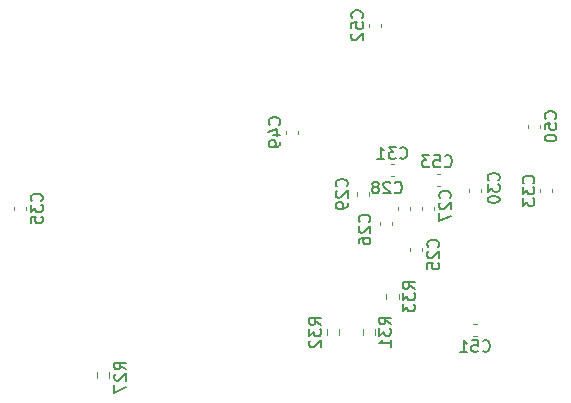
<source format=gbr>
%TF.GenerationSoftware,KiCad,Pcbnew,9.0.5*%
%TF.CreationDate,2025-12-06T10:01:17-08:00*%
%TF.ProjectId,project_byte_hamr,70726f6a-6563-4745-9f62-7974655f6861,rev?*%
%TF.SameCoordinates,Original*%
%TF.FileFunction,Legend,Bot*%
%TF.FilePolarity,Positive*%
%FSLAX46Y46*%
G04 Gerber Fmt 4.6, Leading zero omitted, Abs format (unit mm)*
G04 Created by KiCad (PCBNEW 9.0.5) date 2025-12-06 10:01:17*
%MOMM*%
%LPD*%
G01*
G04 APERTURE LIST*
%ADD10C,0.150000*%
%ADD11C,0.120000*%
G04 APERTURE END LIST*
D10*
X90859580Y-99981553D02*
X90907200Y-99933934D01*
X90907200Y-99933934D02*
X90954819Y-99791077D01*
X90954819Y-99791077D02*
X90954819Y-99695839D01*
X90954819Y-99695839D02*
X90907200Y-99552982D01*
X90907200Y-99552982D02*
X90811961Y-99457744D01*
X90811961Y-99457744D02*
X90716723Y-99410125D01*
X90716723Y-99410125D02*
X90526247Y-99362506D01*
X90526247Y-99362506D02*
X90383390Y-99362506D01*
X90383390Y-99362506D02*
X90192914Y-99410125D01*
X90192914Y-99410125D02*
X90097676Y-99457744D01*
X90097676Y-99457744D02*
X90002438Y-99552982D01*
X90002438Y-99552982D02*
X89954819Y-99695839D01*
X89954819Y-99695839D02*
X89954819Y-99791077D01*
X89954819Y-99791077D02*
X90002438Y-99933934D01*
X90002438Y-99933934D02*
X90050057Y-99981553D01*
X90050057Y-100362506D02*
X90002438Y-100410125D01*
X90002438Y-100410125D02*
X89954819Y-100505363D01*
X89954819Y-100505363D02*
X89954819Y-100743458D01*
X89954819Y-100743458D02*
X90002438Y-100838696D01*
X90002438Y-100838696D02*
X90050057Y-100886315D01*
X90050057Y-100886315D02*
X90145295Y-100933934D01*
X90145295Y-100933934D02*
X90240533Y-100933934D01*
X90240533Y-100933934D02*
X90383390Y-100886315D01*
X90383390Y-100886315D02*
X90954819Y-100314887D01*
X90954819Y-100314887D02*
X90954819Y-100933934D01*
X89954819Y-101838696D02*
X89954819Y-101362506D01*
X89954819Y-101362506D02*
X90431009Y-101314887D01*
X90431009Y-101314887D02*
X90383390Y-101362506D01*
X90383390Y-101362506D02*
X90335771Y-101457744D01*
X90335771Y-101457744D02*
X90335771Y-101695839D01*
X90335771Y-101695839D02*
X90383390Y-101791077D01*
X90383390Y-101791077D02*
X90431009Y-101838696D01*
X90431009Y-101838696D02*
X90526247Y-101886315D01*
X90526247Y-101886315D02*
X90764342Y-101886315D01*
X90764342Y-101886315D02*
X90859580Y-101838696D01*
X90859580Y-101838696D02*
X90907200Y-101791077D01*
X90907200Y-101791077D02*
X90954819Y-101695839D01*
X90954819Y-101695839D02*
X90954819Y-101457744D01*
X90954819Y-101457744D02*
X90907200Y-101362506D01*
X90907200Y-101362506D02*
X90859580Y-101314887D01*
X98929580Y-94582142D02*
X98977200Y-94534523D01*
X98977200Y-94534523D02*
X99024819Y-94391666D01*
X99024819Y-94391666D02*
X99024819Y-94296428D01*
X99024819Y-94296428D02*
X98977200Y-94153571D01*
X98977200Y-94153571D02*
X98881961Y-94058333D01*
X98881961Y-94058333D02*
X98786723Y-94010714D01*
X98786723Y-94010714D02*
X98596247Y-93963095D01*
X98596247Y-93963095D02*
X98453390Y-93963095D01*
X98453390Y-93963095D02*
X98262914Y-94010714D01*
X98262914Y-94010714D02*
X98167676Y-94058333D01*
X98167676Y-94058333D02*
X98072438Y-94153571D01*
X98072438Y-94153571D02*
X98024819Y-94296428D01*
X98024819Y-94296428D02*
X98024819Y-94391666D01*
X98024819Y-94391666D02*
X98072438Y-94534523D01*
X98072438Y-94534523D02*
X98120057Y-94582142D01*
X98024819Y-94915476D02*
X98024819Y-95534523D01*
X98024819Y-95534523D02*
X98405771Y-95201190D01*
X98405771Y-95201190D02*
X98405771Y-95344047D01*
X98405771Y-95344047D02*
X98453390Y-95439285D01*
X98453390Y-95439285D02*
X98501009Y-95486904D01*
X98501009Y-95486904D02*
X98596247Y-95534523D01*
X98596247Y-95534523D02*
X98834342Y-95534523D01*
X98834342Y-95534523D02*
X98929580Y-95486904D01*
X98929580Y-95486904D02*
X98977200Y-95439285D01*
X98977200Y-95439285D02*
X99024819Y-95344047D01*
X99024819Y-95344047D02*
X99024819Y-95058333D01*
X99024819Y-95058333D02*
X98977200Y-94963095D01*
X98977200Y-94963095D02*
X98929580Y-94915476D01*
X98024819Y-95867857D02*
X98024819Y-96486904D01*
X98024819Y-96486904D02*
X98405771Y-96153571D01*
X98405771Y-96153571D02*
X98405771Y-96296428D01*
X98405771Y-96296428D02*
X98453390Y-96391666D01*
X98453390Y-96391666D02*
X98501009Y-96439285D01*
X98501009Y-96439285D02*
X98596247Y-96486904D01*
X98596247Y-96486904D02*
X98834342Y-96486904D01*
X98834342Y-96486904D02*
X98929580Y-96439285D01*
X98929580Y-96439285D02*
X98977200Y-96391666D01*
X98977200Y-96391666D02*
X99024819Y-96296428D01*
X99024819Y-96296428D02*
X99024819Y-96010714D01*
X99024819Y-96010714D02*
X98977200Y-95915476D01*
X98977200Y-95915476D02*
X98929580Y-95867857D01*
X86884819Y-106532142D02*
X86408628Y-106198809D01*
X86884819Y-105960714D02*
X85884819Y-105960714D01*
X85884819Y-105960714D02*
X85884819Y-106341666D01*
X85884819Y-106341666D02*
X85932438Y-106436904D01*
X85932438Y-106436904D02*
X85980057Y-106484523D01*
X85980057Y-106484523D02*
X86075295Y-106532142D01*
X86075295Y-106532142D02*
X86218152Y-106532142D01*
X86218152Y-106532142D02*
X86313390Y-106484523D01*
X86313390Y-106484523D02*
X86361009Y-106436904D01*
X86361009Y-106436904D02*
X86408628Y-106341666D01*
X86408628Y-106341666D02*
X86408628Y-105960714D01*
X85884819Y-106865476D02*
X85884819Y-107484523D01*
X85884819Y-107484523D02*
X86265771Y-107151190D01*
X86265771Y-107151190D02*
X86265771Y-107294047D01*
X86265771Y-107294047D02*
X86313390Y-107389285D01*
X86313390Y-107389285D02*
X86361009Y-107436904D01*
X86361009Y-107436904D02*
X86456247Y-107484523D01*
X86456247Y-107484523D02*
X86694342Y-107484523D01*
X86694342Y-107484523D02*
X86789580Y-107436904D01*
X86789580Y-107436904D02*
X86837200Y-107389285D01*
X86837200Y-107389285D02*
X86884819Y-107294047D01*
X86884819Y-107294047D02*
X86884819Y-107008333D01*
X86884819Y-107008333D02*
X86837200Y-106913095D01*
X86837200Y-106913095D02*
X86789580Y-106865476D01*
X86884819Y-108436904D02*
X86884819Y-107865476D01*
X86884819Y-108151190D02*
X85884819Y-108151190D01*
X85884819Y-108151190D02*
X86027676Y-108055952D01*
X86027676Y-108055952D02*
X86122914Y-107960714D01*
X86122914Y-107960714D02*
X86170533Y-107865476D01*
X91859580Y-95857142D02*
X91907200Y-95809523D01*
X91907200Y-95809523D02*
X91954819Y-95666666D01*
X91954819Y-95666666D02*
X91954819Y-95571428D01*
X91954819Y-95571428D02*
X91907200Y-95428571D01*
X91907200Y-95428571D02*
X91811961Y-95333333D01*
X91811961Y-95333333D02*
X91716723Y-95285714D01*
X91716723Y-95285714D02*
X91526247Y-95238095D01*
X91526247Y-95238095D02*
X91383390Y-95238095D01*
X91383390Y-95238095D02*
X91192914Y-95285714D01*
X91192914Y-95285714D02*
X91097676Y-95333333D01*
X91097676Y-95333333D02*
X91002438Y-95428571D01*
X91002438Y-95428571D02*
X90954819Y-95571428D01*
X90954819Y-95571428D02*
X90954819Y-95666666D01*
X90954819Y-95666666D02*
X91002438Y-95809523D01*
X91002438Y-95809523D02*
X91050057Y-95857142D01*
X91050057Y-96238095D02*
X91002438Y-96285714D01*
X91002438Y-96285714D02*
X90954819Y-96380952D01*
X90954819Y-96380952D02*
X90954819Y-96619047D01*
X90954819Y-96619047D02*
X91002438Y-96714285D01*
X91002438Y-96714285D02*
X91050057Y-96761904D01*
X91050057Y-96761904D02*
X91145295Y-96809523D01*
X91145295Y-96809523D02*
X91240533Y-96809523D01*
X91240533Y-96809523D02*
X91383390Y-96761904D01*
X91383390Y-96761904D02*
X91954819Y-96190476D01*
X91954819Y-96190476D02*
X91954819Y-96809523D01*
X90954819Y-97142857D02*
X90954819Y-97809523D01*
X90954819Y-97809523D02*
X91954819Y-97380952D01*
X94642857Y-108789580D02*
X94690476Y-108837200D01*
X94690476Y-108837200D02*
X94833333Y-108884819D01*
X94833333Y-108884819D02*
X94928571Y-108884819D01*
X94928571Y-108884819D02*
X95071428Y-108837200D01*
X95071428Y-108837200D02*
X95166666Y-108741961D01*
X95166666Y-108741961D02*
X95214285Y-108646723D01*
X95214285Y-108646723D02*
X95261904Y-108456247D01*
X95261904Y-108456247D02*
X95261904Y-108313390D01*
X95261904Y-108313390D02*
X95214285Y-108122914D01*
X95214285Y-108122914D02*
X95166666Y-108027676D01*
X95166666Y-108027676D02*
X95071428Y-107932438D01*
X95071428Y-107932438D02*
X94928571Y-107884819D01*
X94928571Y-107884819D02*
X94833333Y-107884819D01*
X94833333Y-107884819D02*
X94690476Y-107932438D01*
X94690476Y-107932438D02*
X94642857Y-107980057D01*
X93738095Y-107884819D02*
X94214285Y-107884819D01*
X94214285Y-107884819D02*
X94261904Y-108361009D01*
X94261904Y-108361009D02*
X94214285Y-108313390D01*
X94214285Y-108313390D02*
X94119047Y-108265771D01*
X94119047Y-108265771D02*
X93880952Y-108265771D01*
X93880952Y-108265771D02*
X93785714Y-108313390D01*
X93785714Y-108313390D02*
X93738095Y-108361009D01*
X93738095Y-108361009D02*
X93690476Y-108456247D01*
X93690476Y-108456247D02*
X93690476Y-108694342D01*
X93690476Y-108694342D02*
X93738095Y-108789580D01*
X93738095Y-108789580D02*
X93785714Y-108837200D01*
X93785714Y-108837200D02*
X93880952Y-108884819D01*
X93880952Y-108884819D02*
X94119047Y-108884819D01*
X94119047Y-108884819D02*
X94214285Y-108837200D01*
X94214285Y-108837200D02*
X94261904Y-108789580D01*
X92738095Y-108884819D02*
X93309523Y-108884819D01*
X93023809Y-108884819D02*
X93023809Y-107884819D01*
X93023809Y-107884819D02*
X93119047Y-108027676D01*
X93119047Y-108027676D02*
X93214285Y-108122914D01*
X93214285Y-108122914D02*
X93309523Y-108170533D01*
X80954819Y-106578390D02*
X80478628Y-106245057D01*
X80954819Y-106006962D02*
X79954819Y-106006962D01*
X79954819Y-106006962D02*
X79954819Y-106387914D01*
X79954819Y-106387914D02*
X80002438Y-106483152D01*
X80002438Y-106483152D02*
X80050057Y-106530771D01*
X80050057Y-106530771D02*
X80145295Y-106578390D01*
X80145295Y-106578390D02*
X80288152Y-106578390D01*
X80288152Y-106578390D02*
X80383390Y-106530771D01*
X80383390Y-106530771D02*
X80431009Y-106483152D01*
X80431009Y-106483152D02*
X80478628Y-106387914D01*
X80478628Y-106387914D02*
X80478628Y-106006962D01*
X79954819Y-106911724D02*
X79954819Y-107530771D01*
X79954819Y-107530771D02*
X80335771Y-107197438D01*
X80335771Y-107197438D02*
X80335771Y-107340295D01*
X80335771Y-107340295D02*
X80383390Y-107435533D01*
X80383390Y-107435533D02*
X80431009Y-107483152D01*
X80431009Y-107483152D02*
X80526247Y-107530771D01*
X80526247Y-107530771D02*
X80764342Y-107530771D01*
X80764342Y-107530771D02*
X80859580Y-107483152D01*
X80859580Y-107483152D02*
X80907200Y-107435533D01*
X80907200Y-107435533D02*
X80954819Y-107340295D01*
X80954819Y-107340295D02*
X80954819Y-107054581D01*
X80954819Y-107054581D02*
X80907200Y-106959343D01*
X80907200Y-106959343D02*
X80859580Y-106911724D01*
X80050057Y-107911724D02*
X80002438Y-107959343D01*
X80002438Y-107959343D02*
X79954819Y-108054581D01*
X79954819Y-108054581D02*
X79954819Y-108292676D01*
X79954819Y-108292676D02*
X80002438Y-108387914D01*
X80002438Y-108387914D02*
X80050057Y-108435533D01*
X80050057Y-108435533D02*
X80145295Y-108483152D01*
X80145295Y-108483152D02*
X80240533Y-108483152D01*
X80240533Y-108483152D02*
X80383390Y-108435533D01*
X80383390Y-108435533D02*
X80954819Y-107864105D01*
X80954819Y-107864105D02*
X80954819Y-108483152D01*
X100789580Y-89132142D02*
X100837200Y-89084523D01*
X100837200Y-89084523D02*
X100884819Y-88941666D01*
X100884819Y-88941666D02*
X100884819Y-88846428D01*
X100884819Y-88846428D02*
X100837200Y-88703571D01*
X100837200Y-88703571D02*
X100741961Y-88608333D01*
X100741961Y-88608333D02*
X100646723Y-88560714D01*
X100646723Y-88560714D02*
X100456247Y-88513095D01*
X100456247Y-88513095D02*
X100313390Y-88513095D01*
X100313390Y-88513095D02*
X100122914Y-88560714D01*
X100122914Y-88560714D02*
X100027676Y-88608333D01*
X100027676Y-88608333D02*
X99932438Y-88703571D01*
X99932438Y-88703571D02*
X99884819Y-88846428D01*
X99884819Y-88846428D02*
X99884819Y-88941666D01*
X99884819Y-88941666D02*
X99932438Y-89084523D01*
X99932438Y-89084523D02*
X99980057Y-89132142D01*
X99884819Y-90036904D02*
X99884819Y-89560714D01*
X99884819Y-89560714D02*
X100361009Y-89513095D01*
X100361009Y-89513095D02*
X100313390Y-89560714D01*
X100313390Y-89560714D02*
X100265771Y-89655952D01*
X100265771Y-89655952D02*
X100265771Y-89894047D01*
X100265771Y-89894047D02*
X100313390Y-89989285D01*
X100313390Y-89989285D02*
X100361009Y-90036904D01*
X100361009Y-90036904D02*
X100456247Y-90084523D01*
X100456247Y-90084523D02*
X100694342Y-90084523D01*
X100694342Y-90084523D02*
X100789580Y-90036904D01*
X100789580Y-90036904D02*
X100837200Y-89989285D01*
X100837200Y-89989285D02*
X100884819Y-89894047D01*
X100884819Y-89894047D02*
X100884819Y-89655952D01*
X100884819Y-89655952D02*
X100837200Y-89560714D01*
X100837200Y-89560714D02*
X100789580Y-89513095D01*
X99884819Y-90703571D02*
X99884819Y-90798809D01*
X99884819Y-90798809D02*
X99932438Y-90894047D01*
X99932438Y-90894047D02*
X99980057Y-90941666D01*
X99980057Y-90941666D02*
X100075295Y-90989285D01*
X100075295Y-90989285D02*
X100265771Y-91036904D01*
X100265771Y-91036904D02*
X100503866Y-91036904D01*
X100503866Y-91036904D02*
X100694342Y-90989285D01*
X100694342Y-90989285D02*
X100789580Y-90941666D01*
X100789580Y-90941666D02*
X100837200Y-90894047D01*
X100837200Y-90894047D02*
X100884819Y-90798809D01*
X100884819Y-90798809D02*
X100884819Y-90703571D01*
X100884819Y-90703571D02*
X100837200Y-90608333D01*
X100837200Y-90608333D02*
X100789580Y-90560714D01*
X100789580Y-90560714D02*
X100694342Y-90513095D01*
X100694342Y-90513095D02*
X100503866Y-90465476D01*
X100503866Y-90465476D02*
X100265771Y-90465476D01*
X100265771Y-90465476D02*
X100075295Y-90513095D01*
X100075295Y-90513095D02*
X99980057Y-90560714D01*
X99980057Y-90560714D02*
X99932438Y-90608333D01*
X99932438Y-90608333D02*
X99884819Y-90703571D01*
X87642857Y-92429580D02*
X87690476Y-92477200D01*
X87690476Y-92477200D02*
X87833333Y-92524819D01*
X87833333Y-92524819D02*
X87928571Y-92524819D01*
X87928571Y-92524819D02*
X88071428Y-92477200D01*
X88071428Y-92477200D02*
X88166666Y-92381961D01*
X88166666Y-92381961D02*
X88214285Y-92286723D01*
X88214285Y-92286723D02*
X88261904Y-92096247D01*
X88261904Y-92096247D02*
X88261904Y-91953390D01*
X88261904Y-91953390D02*
X88214285Y-91762914D01*
X88214285Y-91762914D02*
X88166666Y-91667676D01*
X88166666Y-91667676D02*
X88071428Y-91572438D01*
X88071428Y-91572438D02*
X87928571Y-91524819D01*
X87928571Y-91524819D02*
X87833333Y-91524819D01*
X87833333Y-91524819D02*
X87690476Y-91572438D01*
X87690476Y-91572438D02*
X87642857Y-91620057D01*
X87309523Y-91524819D02*
X86690476Y-91524819D01*
X86690476Y-91524819D02*
X87023809Y-91905771D01*
X87023809Y-91905771D02*
X86880952Y-91905771D01*
X86880952Y-91905771D02*
X86785714Y-91953390D01*
X86785714Y-91953390D02*
X86738095Y-92001009D01*
X86738095Y-92001009D02*
X86690476Y-92096247D01*
X86690476Y-92096247D02*
X86690476Y-92334342D01*
X86690476Y-92334342D02*
X86738095Y-92429580D01*
X86738095Y-92429580D02*
X86785714Y-92477200D01*
X86785714Y-92477200D02*
X86880952Y-92524819D01*
X86880952Y-92524819D02*
X87166666Y-92524819D01*
X87166666Y-92524819D02*
X87261904Y-92477200D01*
X87261904Y-92477200D02*
X87309523Y-92429580D01*
X85738095Y-92524819D02*
X86309523Y-92524819D01*
X86023809Y-92524819D02*
X86023809Y-91524819D01*
X86023809Y-91524819D02*
X86119047Y-91667676D01*
X86119047Y-91667676D02*
X86214285Y-91762914D01*
X86214285Y-91762914D02*
X86309523Y-91810533D01*
X87200189Y-95359580D02*
X87247808Y-95407200D01*
X87247808Y-95407200D02*
X87390665Y-95454819D01*
X87390665Y-95454819D02*
X87485903Y-95454819D01*
X87485903Y-95454819D02*
X87628760Y-95407200D01*
X87628760Y-95407200D02*
X87723998Y-95311961D01*
X87723998Y-95311961D02*
X87771617Y-95216723D01*
X87771617Y-95216723D02*
X87819236Y-95026247D01*
X87819236Y-95026247D02*
X87819236Y-94883390D01*
X87819236Y-94883390D02*
X87771617Y-94692914D01*
X87771617Y-94692914D02*
X87723998Y-94597676D01*
X87723998Y-94597676D02*
X87628760Y-94502438D01*
X87628760Y-94502438D02*
X87485903Y-94454819D01*
X87485903Y-94454819D02*
X87390665Y-94454819D01*
X87390665Y-94454819D02*
X87247808Y-94502438D01*
X87247808Y-94502438D02*
X87200189Y-94550057D01*
X86819236Y-94550057D02*
X86771617Y-94502438D01*
X86771617Y-94502438D02*
X86676379Y-94454819D01*
X86676379Y-94454819D02*
X86438284Y-94454819D01*
X86438284Y-94454819D02*
X86343046Y-94502438D01*
X86343046Y-94502438D02*
X86295427Y-94550057D01*
X86295427Y-94550057D02*
X86247808Y-94645295D01*
X86247808Y-94645295D02*
X86247808Y-94740533D01*
X86247808Y-94740533D02*
X86295427Y-94883390D01*
X86295427Y-94883390D02*
X86866855Y-95454819D01*
X86866855Y-95454819D02*
X86247808Y-95454819D01*
X85676379Y-94883390D02*
X85771617Y-94835771D01*
X85771617Y-94835771D02*
X85819236Y-94788152D01*
X85819236Y-94788152D02*
X85866855Y-94692914D01*
X85866855Y-94692914D02*
X85866855Y-94645295D01*
X85866855Y-94645295D02*
X85819236Y-94550057D01*
X85819236Y-94550057D02*
X85771617Y-94502438D01*
X85771617Y-94502438D02*
X85676379Y-94454819D01*
X85676379Y-94454819D02*
X85485903Y-94454819D01*
X85485903Y-94454819D02*
X85390665Y-94502438D01*
X85390665Y-94502438D02*
X85343046Y-94550057D01*
X85343046Y-94550057D02*
X85295427Y-94645295D01*
X85295427Y-94645295D02*
X85295427Y-94692914D01*
X85295427Y-94692914D02*
X85343046Y-94788152D01*
X85343046Y-94788152D02*
X85390665Y-94835771D01*
X85390665Y-94835771D02*
X85485903Y-94883390D01*
X85485903Y-94883390D02*
X85676379Y-94883390D01*
X85676379Y-94883390D02*
X85771617Y-94931009D01*
X85771617Y-94931009D02*
X85819236Y-94978628D01*
X85819236Y-94978628D02*
X85866855Y-95073866D01*
X85866855Y-95073866D02*
X85866855Y-95264342D01*
X85866855Y-95264342D02*
X85819236Y-95359580D01*
X85819236Y-95359580D02*
X85771617Y-95407200D01*
X85771617Y-95407200D02*
X85676379Y-95454819D01*
X85676379Y-95454819D02*
X85485903Y-95454819D01*
X85485903Y-95454819D02*
X85390665Y-95407200D01*
X85390665Y-95407200D02*
X85343046Y-95359580D01*
X85343046Y-95359580D02*
X85295427Y-95264342D01*
X85295427Y-95264342D02*
X85295427Y-95073866D01*
X85295427Y-95073866D02*
X85343046Y-94978628D01*
X85343046Y-94978628D02*
X85390665Y-94931009D01*
X85390665Y-94931009D02*
X85485903Y-94883390D01*
X64454819Y-110357142D02*
X63978628Y-110023809D01*
X64454819Y-109785714D02*
X63454819Y-109785714D01*
X63454819Y-109785714D02*
X63454819Y-110166666D01*
X63454819Y-110166666D02*
X63502438Y-110261904D01*
X63502438Y-110261904D02*
X63550057Y-110309523D01*
X63550057Y-110309523D02*
X63645295Y-110357142D01*
X63645295Y-110357142D02*
X63788152Y-110357142D01*
X63788152Y-110357142D02*
X63883390Y-110309523D01*
X63883390Y-110309523D02*
X63931009Y-110261904D01*
X63931009Y-110261904D02*
X63978628Y-110166666D01*
X63978628Y-110166666D02*
X63978628Y-109785714D01*
X63550057Y-110738095D02*
X63502438Y-110785714D01*
X63502438Y-110785714D02*
X63454819Y-110880952D01*
X63454819Y-110880952D02*
X63454819Y-111119047D01*
X63454819Y-111119047D02*
X63502438Y-111214285D01*
X63502438Y-111214285D02*
X63550057Y-111261904D01*
X63550057Y-111261904D02*
X63645295Y-111309523D01*
X63645295Y-111309523D02*
X63740533Y-111309523D01*
X63740533Y-111309523D02*
X63883390Y-111261904D01*
X63883390Y-111261904D02*
X64454819Y-110690476D01*
X64454819Y-110690476D02*
X64454819Y-111309523D01*
X63454819Y-111642857D02*
X63454819Y-112309523D01*
X63454819Y-112309523D02*
X64454819Y-111880952D01*
X95982641Y-94357142D02*
X96030261Y-94309523D01*
X96030261Y-94309523D02*
X96077880Y-94166666D01*
X96077880Y-94166666D02*
X96077880Y-94071428D01*
X96077880Y-94071428D02*
X96030261Y-93928571D01*
X96030261Y-93928571D02*
X95935022Y-93833333D01*
X95935022Y-93833333D02*
X95839784Y-93785714D01*
X95839784Y-93785714D02*
X95649308Y-93738095D01*
X95649308Y-93738095D02*
X95506451Y-93738095D01*
X95506451Y-93738095D02*
X95315975Y-93785714D01*
X95315975Y-93785714D02*
X95220737Y-93833333D01*
X95220737Y-93833333D02*
X95125499Y-93928571D01*
X95125499Y-93928571D02*
X95077880Y-94071428D01*
X95077880Y-94071428D02*
X95077880Y-94166666D01*
X95077880Y-94166666D02*
X95125499Y-94309523D01*
X95125499Y-94309523D02*
X95173118Y-94357142D01*
X95077880Y-94690476D02*
X95077880Y-95309523D01*
X95077880Y-95309523D02*
X95458832Y-94976190D01*
X95458832Y-94976190D02*
X95458832Y-95119047D01*
X95458832Y-95119047D02*
X95506451Y-95214285D01*
X95506451Y-95214285D02*
X95554070Y-95261904D01*
X95554070Y-95261904D02*
X95649308Y-95309523D01*
X95649308Y-95309523D02*
X95887403Y-95309523D01*
X95887403Y-95309523D02*
X95982641Y-95261904D01*
X95982641Y-95261904D02*
X96030261Y-95214285D01*
X96030261Y-95214285D02*
X96077880Y-95119047D01*
X96077880Y-95119047D02*
X96077880Y-94833333D01*
X96077880Y-94833333D02*
X96030261Y-94738095D01*
X96030261Y-94738095D02*
X95982641Y-94690476D01*
X95077880Y-95928571D02*
X95077880Y-96023809D01*
X95077880Y-96023809D02*
X95125499Y-96119047D01*
X95125499Y-96119047D02*
X95173118Y-96166666D01*
X95173118Y-96166666D02*
X95268356Y-96214285D01*
X95268356Y-96214285D02*
X95458832Y-96261904D01*
X95458832Y-96261904D02*
X95696927Y-96261904D01*
X95696927Y-96261904D02*
X95887403Y-96214285D01*
X95887403Y-96214285D02*
X95982641Y-96166666D01*
X95982641Y-96166666D02*
X96030261Y-96119047D01*
X96030261Y-96119047D02*
X96077880Y-96023809D01*
X96077880Y-96023809D02*
X96077880Y-95928571D01*
X96077880Y-95928571D02*
X96030261Y-95833333D01*
X96030261Y-95833333D02*
X95982641Y-95785714D01*
X95982641Y-95785714D02*
X95887403Y-95738095D01*
X95887403Y-95738095D02*
X95696927Y-95690476D01*
X95696927Y-95690476D02*
X95458832Y-95690476D01*
X95458832Y-95690476D02*
X95268356Y-95738095D01*
X95268356Y-95738095D02*
X95173118Y-95785714D01*
X95173118Y-95785714D02*
X95125499Y-95833333D01*
X95125499Y-95833333D02*
X95077880Y-95928571D01*
X91418866Y-93135589D02*
X91466485Y-93183209D01*
X91466485Y-93183209D02*
X91609342Y-93230828D01*
X91609342Y-93230828D02*
X91704580Y-93230828D01*
X91704580Y-93230828D02*
X91847437Y-93183209D01*
X91847437Y-93183209D02*
X91942675Y-93087970D01*
X91942675Y-93087970D02*
X91990294Y-92992732D01*
X91990294Y-92992732D02*
X92037913Y-92802256D01*
X92037913Y-92802256D02*
X92037913Y-92659399D01*
X92037913Y-92659399D02*
X91990294Y-92468923D01*
X91990294Y-92468923D02*
X91942675Y-92373685D01*
X91942675Y-92373685D02*
X91847437Y-92278447D01*
X91847437Y-92278447D02*
X91704580Y-92230828D01*
X91704580Y-92230828D02*
X91609342Y-92230828D01*
X91609342Y-92230828D02*
X91466485Y-92278447D01*
X91466485Y-92278447D02*
X91418866Y-92326066D01*
X90514104Y-92230828D02*
X90990294Y-92230828D01*
X90990294Y-92230828D02*
X91037913Y-92707018D01*
X91037913Y-92707018D02*
X90990294Y-92659399D01*
X90990294Y-92659399D02*
X90895056Y-92611780D01*
X90895056Y-92611780D02*
X90656961Y-92611780D01*
X90656961Y-92611780D02*
X90561723Y-92659399D01*
X90561723Y-92659399D02*
X90514104Y-92707018D01*
X90514104Y-92707018D02*
X90466485Y-92802256D01*
X90466485Y-92802256D02*
X90466485Y-93040351D01*
X90466485Y-93040351D02*
X90514104Y-93135589D01*
X90514104Y-93135589D02*
X90561723Y-93183209D01*
X90561723Y-93183209D02*
X90656961Y-93230828D01*
X90656961Y-93230828D02*
X90895056Y-93230828D01*
X90895056Y-93230828D02*
X90990294Y-93183209D01*
X90990294Y-93183209D02*
X91037913Y-93135589D01*
X90133151Y-92230828D02*
X89514104Y-92230828D01*
X89514104Y-92230828D02*
X89847437Y-92611780D01*
X89847437Y-92611780D02*
X89704580Y-92611780D01*
X89704580Y-92611780D02*
X89609342Y-92659399D01*
X89609342Y-92659399D02*
X89561723Y-92707018D01*
X89561723Y-92707018D02*
X89514104Y-92802256D01*
X89514104Y-92802256D02*
X89514104Y-93040351D01*
X89514104Y-93040351D02*
X89561723Y-93135589D01*
X89561723Y-93135589D02*
X89609342Y-93183209D01*
X89609342Y-93183209D02*
X89704580Y-93230828D01*
X89704580Y-93230828D02*
X89990294Y-93230828D01*
X89990294Y-93230828D02*
X90085532Y-93183209D01*
X90085532Y-93183209D02*
X90133151Y-93135589D01*
X83121502Y-94857142D02*
X83169122Y-94809523D01*
X83169122Y-94809523D02*
X83216741Y-94666666D01*
X83216741Y-94666666D02*
X83216741Y-94571428D01*
X83216741Y-94571428D02*
X83169122Y-94428571D01*
X83169122Y-94428571D02*
X83073883Y-94333333D01*
X83073883Y-94333333D02*
X82978645Y-94285714D01*
X82978645Y-94285714D02*
X82788169Y-94238095D01*
X82788169Y-94238095D02*
X82645312Y-94238095D01*
X82645312Y-94238095D02*
X82454836Y-94285714D01*
X82454836Y-94285714D02*
X82359598Y-94333333D01*
X82359598Y-94333333D02*
X82264360Y-94428571D01*
X82264360Y-94428571D02*
X82216741Y-94571428D01*
X82216741Y-94571428D02*
X82216741Y-94666666D01*
X82216741Y-94666666D02*
X82264360Y-94809523D01*
X82264360Y-94809523D02*
X82311979Y-94857142D01*
X82311979Y-95238095D02*
X82264360Y-95285714D01*
X82264360Y-95285714D02*
X82216741Y-95380952D01*
X82216741Y-95380952D02*
X82216741Y-95619047D01*
X82216741Y-95619047D02*
X82264360Y-95714285D01*
X82264360Y-95714285D02*
X82311979Y-95761904D01*
X82311979Y-95761904D02*
X82407217Y-95809523D01*
X82407217Y-95809523D02*
X82502455Y-95809523D01*
X82502455Y-95809523D02*
X82645312Y-95761904D01*
X82645312Y-95761904D02*
X83216741Y-95190476D01*
X83216741Y-95190476D02*
X83216741Y-95809523D01*
X83216741Y-96285714D02*
X83216741Y-96476190D01*
X83216741Y-96476190D02*
X83169122Y-96571428D01*
X83169122Y-96571428D02*
X83121502Y-96619047D01*
X83121502Y-96619047D02*
X82978645Y-96714285D01*
X82978645Y-96714285D02*
X82788169Y-96761904D01*
X82788169Y-96761904D02*
X82407217Y-96761904D01*
X82407217Y-96761904D02*
X82311979Y-96714285D01*
X82311979Y-96714285D02*
X82264360Y-96666666D01*
X82264360Y-96666666D02*
X82216741Y-96571428D01*
X82216741Y-96571428D02*
X82216741Y-96380952D01*
X82216741Y-96380952D02*
X82264360Y-96285714D01*
X82264360Y-96285714D02*
X82311979Y-96238095D01*
X82311979Y-96238095D02*
X82407217Y-96190476D01*
X82407217Y-96190476D02*
X82645312Y-96190476D01*
X82645312Y-96190476D02*
X82740550Y-96238095D01*
X82740550Y-96238095D02*
X82788169Y-96285714D01*
X82788169Y-96285714D02*
X82835788Y-96380952D01*
X82835788Y-96380952D02*
X82835788Y-96571428D01*
X82835788Y-96571428D02*
X82788169Y-96666666D01*
X82788169Y-96666666D02*
X82740550Y-96714285D01*
X82740550Y-96714285D02*
X82645312Y-96761904D01*
X84429580Y-80582142D02*
X84477200Y-80534523D01*
X84477200Y-80534523D02*
X84524819Y-80391666D01*
X84524819Y-80391666D02*
X84524819Y-80296428D01*
X84524819Y-80296428D02*
X84477200Y-80153571D01*
X84477200Y-80153571D02*
X84381961Y-80058333D01*
X84381961Y-80058333D02*
X84286723Y-80010714D01*
X84286723Y-80010714D02*
X84096247Y-79963095D01*
X84096247Y-79963095D02*
X83953390Y-79963095D01*
X83953390Y-79963095D02*
X83762914Y-80010714D01*
X83762914Y-80010714D02*
X83667676Y-80058333D01*
X83667676Y-80058333D02*
X83572438Y-80153571D01*
X83572438Y-80153571D02*
X83524819Y-80296428D01*
X83524819Y-80296428D02*
X83524819Y-80391666D01*
X83524819Y-80391666D02*
X83572438Y-80534523D01*
X83572438Y-80534523D02*
X83620057Y-80582142D01*
X83524819Y-81486904D02*
X83524819Y-81010714D01*
X83524819Y-81010714D02*
X84001009Y-80963095D01*
X84001009Y-80963095D02*
X83953390Y-81010714D01*
X83953390Y-81010714D02*
X83905771Y-81105952D01*
X83905771Y-81105952D02*
X83905771Y-81344047D01*
X83905771Y-81344047D02*
X83953390Y-81439285D01*
X83953390Y-81439285D02*
X84001009Y-81486904D01*
X84001009Y-81486904D02*
X84096247Y-81534523D01*
X84096247Y-81534523D02*
X84334342Y-81534523D01*
X84334342Y-81534523D02*
X84429580Y-81486904D01*
X84429580Y-81486904D02*
X84477200Y-81439285D01*
X84477200Y-81439285D02*
X84524819Y-81344047D01*
X84524819Y-81344047D02*
X84524819Y-81105952D01*
X84524819Y-81105952D02*
X84477200Y-81010714D01*
X84477200Y-81010714D02*
X84429580Y-80963095D01*
X83620057Y-81915476D02*
X83572438Y-81963095D01*
X83572438Y-81963095D02*
X83524819Y-82058333D01*
X83524819Y-82058333D02*
X83524819Y-82296428D01*
X83524819Y-82296428D02*
X83572438Y-82391666D01*
X83572438Y-82391666D02*
X83620057Y-82439285D01*
X83620057Y-82439285D02*
X83715295Y-82486904D01*
X83715295Y-82486904D02*
X83810533Y-82486904D01*
X83810533Y-82486904D02*
X83953390Y-82439285D01*
X83953390Y-82439285D02*
X84524819Y-81867857D01*
X84524819Y-81867857D02*
X84524819Y-82486904D01*
X77429580Y-89632142D02*
X77477200Y-89584523D01*
X77477200Y-89584523D02*
X77524819Y-89441666D01*
X77524819Y-89441666D02*
X77524819Y-89346428D01*
X77524819Y-89346428D02*
X77477200Y-89203571D01*
X77477200Y-89203571D02*
X77381961Y-89108333D01*
X77381961Y-89108333D02*
X77286723Y-89060714D01*
X77286723Y-89060714D02*
X77096247Y-89013095D01*
X77096247Y-89013095D02*
X76953390Y-89013095D01*
X76953390Y-89013095D02*
X76762914Y-89060714D01*
X76762914Y-89060714D02*
X76667676Y-89108333D01*
X76667676Y-89108333D02*
X76572438Y-89203571D01*
X76572438Y-89203571D02*
X76524819Y-89346428D01*
X76524819Y-89346428D02*
X76524819Y-89441666D01*
X76524819Y-89441666D02*
X76572438Y-89584523D01*
X76572438Y-89584523D02*
X76620057Y-89632142D01*
X76858152Y-90489285D02*
X77524819Y-90489285D01*
X76477200Y-90251190D02*
X77191485Y-90013095D01*
X77191485Y-90013095D02*
X77191485Y-90632142D01*
X77524819Y-91060714D02*
X77524819Y-91251190D01*
X77524819Y-91251190D02*
X77477200Y-91346428D01*
X77477200Y-91346428D02*
X77429580Y-91394047D01*
X77429580Y-91394047D02*
X77286723Y-91489285D01*
X77286723Y-91489285D02*
X77096247Y-91536904D01*
X77096247Y-91536904D02*
X76715295Y-91536904D01*
X76715295Y-91536904D02*
X76620057Y-91489285D01*
X76620057Y-91489285D02*
X76572438Y-91441666D01*
X76572438Y-91441666D02*
X76524819Y-91346428D01*
X76524819Y-91346428D02*
X76524819Y-91155952D01*
X76524819Y-91155952D02*
X76572438Y-91060714D01*
X76572438Y-91060714D02*
X76620057Y-91013095D01*
X76620057Y-91013095D02*
X76715295Y-90965476D01*
X76715295Y-90965476D02*
X76953390Y-90965476D01*
X76953390Y-90965476D02*
X77048628Y-91013095D01*
X77048628Y-91013095D02*
X77096247Y-91060714D01*
X77096247Y-91060714D02*
X77143866Y-91155952D01*
X77143866Y-91155952D02*
X77143866Y-91346428D01*
X77143866Y-91346428D02*
X77096247Y-91441666D01*
X77096247Y-91441666D02*
X77048628Y-91489285D01*
X77048628Y-91489285D02*
X76953390Y-91536904D01*
X57289580Y-96082142D02*
X57337200Y-96034523D01*
X57337200Y-96034523D02*
X57384819Y-95891666D01*
X57384819Y-95891666D02*
X57384819Y-95796428D01*
X57384819Y-95796428D02*
X57337200Y-95653571D01*
X57337200Y-95653571D02*
X57241961Y-95558333D01*
X57241961Y-95558333D02*
X57146723Y-95510714D01*
X57146723Y-95510714D02*
X56956247Y-95463095D01*
X56956247Y-95463095D02*
X56813390Y-95463095D01*
X56813390Y-95463095D02*
X56622914Y-95510714D01*
X56622914Y-95510714D02*
X56527676Y-95558333D01*
X56527676Y-95558333D02*
X56432438Y-95653571D01*
X56432438Y-95653571D02*
X56384819Y-95796428D01*
X56384819Y-95796428D02*
X56384819Y-95891666D01*
X56384819Y-95891666D02*
X56432438Y-96034523D01*
X56432438Y-96034523D02*
X56480057Y-96082142D01*
X56384819Y-96415476D02*
X56384819Y-97034523D01*
X56384819Y-97034523D02*
X56765771Y-96701190D01*
X56765771Y-96701190D02*
X56765771Y-96844047D01*
X56765771Y-96844047D02*
X56813390Y-96939285D01*
X56813390Y-96939285D02*
X56861009Y-96986904D01*
X56861009Y-96986904D02*
X56956247Y-97034523D01*
X56956247Y-97034523D02*
X57194342Y-97034523D01*
X57194342Y-97034523D02*
X57289580Y-96986904D01*
X57289580Y-96986904D02*
X57337200Y-96939285D01*
X57337200Y-96939285D02*
X57384819Y-96844047D01*
X57384819Y-96844047D02*
X57384819Y-96558333D01*
X57384819Y-96558333D02*
X57337200Y-96463095D01*
X57337200Y-96463095D02*
X57289580Y-96415476D01*
X56384819Y-97939285D02*
X56384819Y-97463095D01*
X56384819Y-97463095D02*
X56861009Y-97415476D01*
X56861009Y-97415476D02*
X56813390Y-97463095D01*
X56813390Y-97463095D02*
X56765771Y-97558333D01*
X56765771Y-97558333D02*
X56765771Y-97796428D01*
X56765771Y-97796428D02*
X56813390Y-97891666D01*
X56813390Y-97891666D02*
X56861009Y-97939285D01*
X56861009Y-97939285D02*
X56956247Y-97986904D01*
X56956247Y-97986904D02*
X57194342Y-97986904D01*
X57194342Y-97986904D02*
X57289580Y-97939285D01*
X57289580Y-97939285D02*
X57337200Y-97891666D01*
X57337200Y-97891666D02*
X57384819Y-97796428D01*
X57384819Y-97796428D02*
X57384819Y-97558333D01*
X57384819Y-97558333D02*
X57337200Y-97463095D01*
X57337200Y-97463095D02*
X57289580Y-97415476D01*
X85041088Y-97857142D02*
X85088708Y-97809523D01*
X85088708Y-97809523D02*
X85136327Y-97666666D01*
X85136327Y-97666666D02*
X85136327Y-97571428D01*
X85136327Y-97571428D02*
X85088708Y-97428571D01*
X85088708Y-97428571D02*
X84993469Y-97333333D01*
X84993469Y-97333333D02*
X84898231Y-97285714D01*
X84898231Y-97285714D02*
X84707755Y-97238095D01*
X84707755Y-97238095D02*
X84564898Y-97238095D01*
X84564898Y-97238095D02*
X84374422Y-97285714D01*
X84374422Y-97285714D02*
X84279184Y-97333333D01*
X84279184Y-97333333D02*
X84183946Y-97428571D01*
X84183946Y-97428571D02*
X84136327Y-97571428D01*
X84136327Y-97571428D02*
X84136327Y-97666666D01*
X84136327Y-97666666D02*
X84183946Y-97809523D01*
X84183946Y-97809523D02*
X84231565Y-97857142D01*
X84231565Y-98238095D02*
X84183946Y-98285714D01*
X84183946Y-98285714D02*
X84136327Y-98380952D01*
X84136327Y-98380952D02*
X84136327Y-98619047D01*
X84136327Y-98619047D02*
X84183946Y-98714285D01*
X84183946Y-98714285D02*
X84231565Y-98761904D01*
X84231565Y-98761904D02*
X84326803Y-98809523D01*
X84326803Y-98809523D02*
X84422041Y-98809523D01*
X84422041Y-98809523D02*
X84564898Y-98761904D01*
X84564898Y-98761904D02*
X85136327Y-98190476D01*
X85136327Y-98190476D02*
X85136327Y-98809523D01*
X84136327Y-99666666D02*
X84136327Y-99476190D01*
X84136327Y-99476190D02*
X84183946Y-99380952D01*
X84183946Y-99380952D02*
X84231565Y-99333333D01*
X84231565Y-99333333D02*
X84374422Y-99238095D01*
X84374422Y-99238095D02*
X84564898Y-99190476D01*
X84564898Y-99190476D02*
X84945850Y-99190476D01*
X84945850Y-99190476D02*
X85041088Y-99238095D01*
X85041088Y-99238095D02*
X85088708Y-99285714D01*
X85088708Y-99285714D02*
X85136327Y-99380952D01*
X85136327Y-99380952D02*
X85136327Y-99571428D01*
X85136327Y-99571428D02*
X85088708Y-99666666D01*
X85088708Y-99666666D02*
X85041088Y-99714285D01*
X85041088Y-99714285D02*
X84945850Y-99761904D01*
X84945850Y-99761904D02*
X84707755Y-99761904D01*
X84707755Y-99761904D02*
X84612517Y-99714285D01*
X84612517Y-99714285D02*
X84564898Y-99666666D01*
X84564898Y-99666666D02*
X84517279Y-99571428D01*
X84517279Y-99571428D02*
X84517279Y-99380952D01*
X84517279Y-99380952D02*
X84564898Y-99285714D01*
X84564898Y-99285714D02*
X84612517Y-99238095D01*
X84612517Y-99238095D02*
X84707755Y-99190476D01*
X88884819Y-103532142D02*
X88408628Y-103198809D01*
X88884819Y-102960714D02*
X87884819Y-102960714D01*
X87884819Y-102960714D02*
X87884819Y-103341666D01*
X87884819Y-103341666D02*
X87932438Y-103436904D01*
X87932438Y-103436904D02*
X87980057Y-103484523D01*
X87980057Y-103484523D02*
X88075295Y-103532142D01*
X88075295Y-103532142D02*
X88218152Y-103532142D01*
X88218152Y-103532142D02*
X88313390Y-103484523D01*
X88313390Y-103484523D02*
X88361009Y-103436904D01*
X88361009Y-103436904D02*
X88408628Y-103341666D01*
X88408628Y-103341666D02*
X88408628Y-102960714D01*
X87884819Y-103865476D02*
X87884819Y-104484523D01*
X87884819Y-104484523D02*
X88265771Y-104151190D01*
X88265771Y-104151190D02*
X88265771Y-104294047D01*
X88265771Y-104294047D02*
X88313390Y-104389285D01*
X88313390Y-104389285D02*
X88361009Y-104436904D01*
X88361009Y-104436904D02*
X88456247Y-104484523D01*
X88456247Y-104484523D02*
X88694342Y-104484523D01*
X88694342Y-104484523D02*
X88789580Y-104436904D01*
X88789580Y-104436904D02*
X88837200Y-104389285D01*
X88837200Y-104389285D02*
X88884819Y-104294047D01*
X88884819Y-104294047D02*
X88884819Y-104008333D01*
X88884819Y-104008333D02*
X88837200Y-103913095D01*
X88837200Y-103913095D02*
X88789580Y-103865476D01*
X87884819Y-104817857D02*
X87884819Y-105436904D01*
X87884819Y-105436904D02*
X88265771Y-105103571D01*
X88265771Y-105103571D02*
X88265771Y-105246428D01*
X88265771Y-105246428D02*
X88313390Y-105341666D01*
X88313390Y-105341666D02*
X88361009Y-105389285D01*
X88361009Y-105389285D02*
X88456247Y-105436904D01*
X88456247Y-105436904D02*
X88694342Y-105436904D01*
X88694342Y-105436904D02*
X88789580Y-105389285D01*
X88789580Y-105389285D02*
X88837200Y-105341666D01*
X88837200Y-105341666D02*
X88884819Y-105246428D01*
X88884819Y-105246428D02*
X88884819Y-104960714D01*
X88884819Y-104960714D02*
X88837200Y-104865476D01*
X88837200Y-104865476D02*
X88789580Y-104817857D01*
D11*
%TO.C,C25*%
X88490000Y-100365580D02*
X88490000Y-100084420D01*
X89510000Y-100365580D02*
X89510000Y-100084420D01*
%TO.C,C33*%
X99490000Y-95084420D02*
X99490000Y-95365580D01*
X100510000Y-95084420D02*
X100510000Y-95365580D01*
%TO.C,R31*%
X84477500Y-107412258D02*
X84477500Y-106937742D01*
X85522500Y-107412258D02*
X85522500Y-106937742D01*
%TO.C,C27*%
X89490000Y-96584420D02*
X89490000Y-96865580D01*
X90510000Y-96584420D02*
X90510000Y-96865580D01*
%TO.C,C51*%
X93859420Y-106490000D02*
X94140580Y-106490000D01*
X93859420Y-107510000D02*
X94140580Y-107510000D01*
%TO.C,R32*%
X81477500Y-107412258D02*
X81477500Y-106937742D01*
X82522500Y-107412258D02*
X82522500Y-106937742D01*
%TO.C,C50*%
X98490000Y-89915580D02*
X98490000Y-89634420D01*
X99510000Y-89915580D02*
X99510000Y-89634420D01*
%TO.C,C31*%
X87140580Y-92990000D02*
X86859420Y-92990000D01*
X87140580Y-94010000D02*
X86859420Y-94010000D01*
%TO.C,C28*%
X87490000Y-96584420D02*
X87490000Y-96865580D01*
X88510000Y-96584420D02*
X88510000Y-96865580D01*
%TO.C,R27*%
X61977500Y-111062258D02*
X61977500Y-110587742D01*
X63022500Y-111062258D02*
X63022500Y-110587742D01*
%TO.C,C30*%
X93490000Y-95084420D02*
X93490000Y-95365580D01*
X94510000Y-95084420D02*
X94510000Y-95365580D01*
%TO.C,C53*%
X90784490Y-93839930D02*
X91065650Y-93839930D01*
X90784490Y-94859930D02*
X91065650Y-94859930D01*
%TO.C,C29*%
X83990000Y-95359420D02*
X83990000Y-95640580D01*
X85010000Y-95359420D02*
X85010000Y-95640580D01*
%TO.C,C52*%
X84990000Y-81084420D02*
X84990000Y-81365580D01*
X86010000Y-81084420D02*
X86010000Y-81365580D01*
%TO.C,C49*%
X77990000Y-90134420D02*
X77990000Y-90415580D01*
X79010000Y-90134420D02*
X79010000Y-90415580D01*
%TO.C,C35*%
X54990000Y-96865580D02*
X54990000Y-96584420D01*
X56010000Y-96865580D02*
X56010000Y-96584420D01*
%TO.C,C26*%
X85990000Y-97859420D02*
X85990000Y-98140580D01*
X87010000Y-97859420D02*
X87010000Y-98140580D01*
%TO.C,R33*%
X86477500Y-104412258D02*
X86477500Y-103937742D01*
X87522500Y-104412258D02*
X87522500Y-103937742D01*
%TD*%
M02*

</source>
